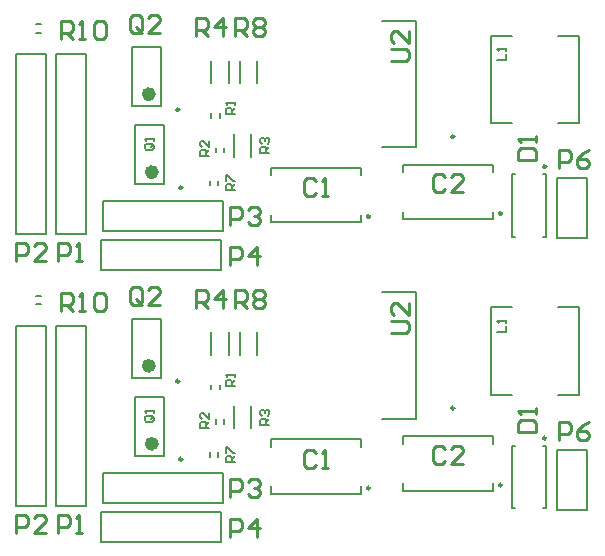
<source format=gto>
G04 Layer_Color=65535*
%FSLAX44Y44*%
%MOMM*%
G71*
G01*
G75*
%ADD25C,0.2540*%
%ADD36C,0.2500*%
%ADD37C,0.6000*%
%ADD38C,0.2000*%
%ADD39C,0.1524*%
D25*
X260347Y80006D02*
X257808Y82545D01*
X252729D01*
X250190Y80006D01*
Y69849D01*
X252729Y67310D01*
X257808D01*
X260347Y69849D01*
X265425Y67310D02*
X270503D01*
X267964D01*
Y82545D01*
X265425Y80006D01*
X369567Y83816D02*
X367028Y86355D01*
X361949D01*
X359410Y83816D01*
Y73659D01*
X361949Y71120D01*
X367028D01*
X369567Y73659D01*
X384802Y71120D02*
X374645D01*
X384802Y81277D01*
Y83816D01*
X382263Y86355D01*
X377184D01*
X374645Y83816D01*
X431805Y97790D02*
X447040D01*
Y105407D01*
X444501Y107947D01*
X434344D01*
X431805Y105407D01*
Y97790D01*
X447040Y113025D02*
Y118103D01*
Y115564D01*
X431805D01*
X434344Y113025D01*
X41910Y12700D02*
Y27935D01*
X49528D01*
X52067Y25396D01*
Y20317D01*
X49528Y17778D01*
X41910D01*
X57145Y12700D02*
X62223D01*
X59684D01*
Y27935D01*
X57145Y25396D01*
X6350Y12700D02*
Y27935D01*
X13967D01*
X16507Y25396D01*
Y20317D01*
X13967Y17778D01*
X6350D01*
X31742Y12700D02*
X21585D01*
X31742Y22857D01*
Y25396D01*
X29203Y27935D01*
X24124D01*
X21585Y25396D01*
X187960Y43180D02*
Y58415D01*
X195578D01*
X198117Y55876D01*
Y50798D01*
X195578Y48258D01*
X187960D01*
X203195Y55876D02*
X205734Y58415D01*
X210813D01*
X213352Y55876D01*
Y53337D01*
X210813Y50798D01*
X208273D01*
X210813D01*
X213352Y48258D01*
Y45719D01*
X210813Y43180D01*
X205734D01*
X203195Y45719D01*
X187960Y8890D02*
Y24125D01*
X195578D01*
X198117Y21586D01*
Y16508D01*
X195578Y13968D01*
X187960D01*
X210813Y8890D02*
Y24125D01*
X203195Y16508D01*
X213352D01*
X466471Y91059D02*
Y106294D01*
X474089D01*
X476628Y103755D01*
Y98677D01*
X474089Y96137D01*
X466471D01*
X491863Y106294D02*
X486784Y103755D01*
X481706Y98677D01*
Y93598D01*
X484245Y91059D01*
X489324D01*
X491863Y93598D01*
Y96137D01*
X489324Y98677D01*
X481706D01*
X113027Y208279D02*
Y218436D01*
X110487Y220975D01*
X105409D01*
X102870Y218436D01*
Y208279D01*
X105409Y205740D01*
X110487D01*
X107948Y210818D02*
X113027Y205740D01*
X110487D02*
X113027Y208279D01*
X128262Y205740D02*
X118105D01*
X128262Y215897D01*
Y218436D01*
X125723Y220975D01*
X120644D01*
X118105Y218436D01*
X158750Y203200D02*
Y218435D01*
X166367D01*
X168907Y215896D01*
Y210818D01*
X166367Y208278D01*
X158750D01*
X163828D02*
X168907Y203200D01*
X181603D02*
Y218435D01*
X173985Y210818D01*
X184142D01*
X191770Y203200D02*
Y218435D01*
X199387D01*
X201927Y215896D01*
Y210818D01*
X199387Y208278D01*
X191770D01*
X196848D02*
X201927Y203200D01*
X207005Y215896D02*
X209544Y218435D01*
X214623D01*
X217162Y215896D01*
Y213357D01*
X214623Y210818D01*
X217162Y208278D01*
Y205739D01*
X214623Y203200D01*
X209544D01*
X207005Y205739D01*
Y208278D01*
X209544Y210818D01*
X207005Y213357D01*
Y215896D01*
X209544Y210818D02*
X214623D01*
X44450Y200660D02*
Y215895D01*
X52067D01*
X54607Y213356D01*
Y208277D01*
X52067Y205738D01*
X44450D01*
X49528D02*
X54607Y200660D01*
X59685D02*
X64763D01*
X62224D01*
Y215895D01*
X59685Y213356D01*
X72381D02*
X74920Y215895D01*
X79998D01*
X82538Y213356D01*
Y203199D01*
X79998Y200660D01*
X74920D01*
X72381Y203199D01*
Y213356D01*
X323855Y181610D02*
X336551D01*
X339090Y184149D01*
Y189228D01*
X336551Y191767D01*
X323855D01*
X339090Y207002D02*
Y196845D01*
X328933Y207002D01*
X326394D01*
X323855Y204463D01*
Y199384D01*
X326394Y196845D01*
X260347Y310006D02*
X257808Y312545D01*
X252729D01*
X250190Y310006D01*
Y299849D01*
X252729Y297310D01*
X257808D01*
X260347Y299849D01*
X265425Y297310D02*
X270503D01*
X267964D01*
Y312545D01*
X265425Y310006D01*
X369567Y313816D02*
X367028Y316355D01*
X361949D01*
X359410Y313816D01*
Y303659D01*
X361949Y301120D01*
X367028D01*
X369567Y303659D01*
X384802Y301120D02*
X374645D01*
X384802Y311277D01*
Y313816D01*
X382263Y316355D01*
X377184D01*
X374645Y313816D01*
X431805Y327790D02*
X447040D01*
Y335407D01*
X444501Y337947D01*
X434344D01*
X431805Y335407D01*
Y327790D01*
X447040Y343025D02*
Y348103D01*
Y345564D01*
X431805D01*
X434344Y343025D01*
X41910Y242700D02*
Y257935D01*
X49528D01*
X52067Y255396D01*
Y250317D01*
X49528Y247778D01*
X41910D01*
X57145Y242700D02*
X62223D01*
X59684D01*
Y257935D01*
X57145Y255396D01*
X6350Y242700D02*
Y257935D01*
X13967D01*
X16507Y255396D01*
Y250317D01*
X13967Y247778D01*
X6350D01*
X31742Y242700D02*
X21585D01*
X31742Y252857D01*
Y255396D01*
X29203Y257935D01*
X24124D01*
X21585Y255396D01*
X187960Y273180D02*
Y288415D01*
X195578D01*
X198117Y285876D01*
Y280798D01*
X195578Y278258D01*
X187960D01*
X203195Y285876D02*
X205734Y288415D01*
X210813D01*
X213352Y285876D01*
Y283337D01*
X210813Y280798D01*
X208273D01*
X210813D01*
X213352Y278258D01*
Y275719D01*
X210813Y273180D01*
X205734D01*
X203195Y275719D01*
X187960Y238890D02*
Y254125D01*
X195578D01*
X198117Y251586D01*
Y246507D01*
X195578Y243968D01*
X187960D01*
X210813Y238890D02*
Y254125D01*
X203195Y246507D01*
X213352D01*
X466471Y321059D02*
Y336294D01*
X474089D01*
X476628Y333755D01*
Y328676D01*
X474089Y326137D01*
X466471D01*
X491863Y336294D02*
X486784Y333755D01*
X481706Y328676D01*
Y323598D01*
X484245Y321059D01*
X489324D01*
X491863Y323598D01*
Y326137D01*
X489324Y328676D01*
X481706D01*
X113027Y438279D02*
Y448436D01*
X110487Y450975D01*
X105409D01*
X102870Y448436D01*
Y438279D01*
X105409Y435740D01*
X110487D01*
X107948Y440818D02*
X113027Y435740D01*
X110487D02*
X113027Y438279D01*
X128262Y435740D02*
X118105D01*
X128262Y445897D01*
Y448436D01*
X125723Y450975D01*
X120644D01*
X118105Y448436D01*
X158750Y433200D02*
Y448435D01*
X166367D01*
X168907Y445896D01*
Y440817D01*
X166367Y438278D01*
X158750D01*
X163828D02*
X168907Y433200D01*
X181603D02*
Y448435D01*
X173985Y440817D01*
X184142D01*
X191770Y433200D02*
Y448435D01*
X199387D01*
X201927Y445896D01*
Y440817D01*
X199387Y438278D01*
X191770D01*
X196848D02*
X201927Y433200D01*
X207005Y445896D02*
X209544Y448435D01*
X214623D01*
X217162Y445896D01*
Y443357D01*
X214623Y440817D01*
X217162Y438278D01*
Y435739D01*
X214623Y433200D01*
X209544D01*
X207005Y435739D01*
Y438278D01*
X209544Y440817D01*
X207005Y443357D01*
Y445896D01*
X209544Y440817D02*
X214623D01*
X44450Y430660D02*
Y445895D01*
X52067D01*
X54607Y443356D01*
Y438278D01*
X52067Y435738D01*
X44450D01*
X49528D02*
X54607Y430660D01*
X59685D02*
X64763D01*
X62224D01*
Y445895D01*
X59685Y443356D01*
X72381D02*
X74920Y445895D01*
X79998D01*
X82538Y443356D01*
Y433199D01*
X79998Y430660D01*
X74920D01*
X72381Y433199D01*
Y443356D01*
X323855Y411610D02*
X336551D01*
X339090Y414149D01*
Y419227D01*
X336551Y421767D01*
X323855D01*
X339090Y437002D02*
Y426845D01*
X328933Y437002D01*
X326394D01*
X323855Y434463D01*
Y429384D01*
X326394Y426845D01*
D36*
X377440Y118060D02*
G03*
X377440Y118060I-1250J0D01*
G01*
X144590Y140860D02*
G03*
X144590Y140860I-1250J0D01*
G01*
X147130Y74820D02*
G03*
X147130Y74820I-1250J0D01*
G01*
X306100Y50330D02*
G03*
X306100Y50330I-1250J0D01*
G01*
X417860Y52870D02*
G03*
X417860Y52870I-1250J0D01*
G01*
X455190Y92690D02*
G03*
X455190Y92690I-1250J0D01*
G01*
X377440Y348060D02*
G03*
X377440Y348060I-1250J0D01*
G01*
X144590Y370860D02*
G03*
X144590Y370860I-1250J0D01*
G01*
X147130Y304820D02*
G03*
X147130Y304820I-1250J0D01*
G01*
X306100Y280330D02*
G03*
X306100Y280330I-1250J0D01*
G01*
X417860Y282870D02*
G03*
X417860Y282870I-1250J0D01*
G01*
X455190Y322690D02*
G03*
X455190Y322690I-1250J0D01*
G01*
D37*
X121840Y153910D02*
G03*
X121840Y153910I-3000J0D01*
G01*
X124380Y87870D02*
G03*
X124380Y87870I-3000J0D01*
G01*
X121840Y383910D02*
G03*
X121840Y383910I-3000J0D01*
G01*
X124380Y317870D02*
G03*
X124380Y317870I-3000J0D01*
G01*
D38*
X464820Y31750D02*
Y82550D01*
Y31750D02*
X490220D01*
Y82550D01*
X464820D02*
X490220D01*
X316690Y109060D02*
X345190D01*
Y216060D01*
X316690D02*
X345190D01*
X186570Y163220D02*
Y182220D01*
X171570Y163220D02*
Y182220D01*
X195700Y163220D02*
Y182220D01*
X210700Y163220D02*
Y182220D01*
X128840Y143910D02*
Y193910D01*
X104840Y143910D02*
Y193910D01*
Y143910D02*
X128840D01*
X104840Y193910D02*
X128840D01*
X131380Y77870D02*
Y127870D01*
X107380Y77870D02*
Y127870D01*
Y77870D02*
X131380D01*
X107380Y127870D02*
X131380D01*
X23400Y213050D02*
X27400D01*
X23400Y206050D02*
X27400D01*
X6350Y35560D02*
Y187960D01*
X31750Y35560D02*
Y187960D01*
X6350D02*
X31750D01*
X6350Y35560D02*
X31750D01*
X40640D02*
Y187960D01*
X66040Y35560D02*
Y187960D01*
X40640D02*
X66040D01*
X40640Y35560D02*
X66040D01*
X78740Y5080D02*
Y30480D01*
X180340D01*
X78740Y5080D02*
X180340D01*
Y30480D01*
X80010Y38100D02*
Y63500D01*
X181610D01*
X80010Y38100D02*
X181610D01*
Y63500D01*
X177490Y76740D02*
Y80740D01*
X170490Y76740D02*
Y80740D01*
X182570Y104680D02*
Y108680D01*
X175570Y104680D02*
Y108680D01*
X205620Y100990D02*
Y119990D01*
X190620Y100990D02*
Y119990D01*
X222350Y85330D02*
Y91580D01*
X298350Y85330D02*
Y91580D01*
X222350Y45580D02*
Y51830D01*
X298350Y45580D02*
Y51830D01*
X222350Y91580D02*
X298350D01*
X222350Y45580D02*
X298350D01*
X334110Y87870D02*
Y94120D01*
X410110Y87870D02*
Y94120D01*
X334110Y48120D02*
Y54370D01*
X410110Y48120D02*
Y54370D01*
X334110Y94120D02*
X410110D01*
X334110Y48120D02*
X410110D01*
X426190Y33190D02*
X428940D01*
X426190Y86190D02*
X428940D01*
X452440Y33190D02*
X455190D01*
X452440Y86190D02*
X455190D01*
X426190Y33190D02*
Y86190D01*
X455190Y33190D02*
Y86190D01*
X465270Y203370D02*
X482770D01*
X465270Y129370D02*
X482770D01*
X408770Y203370D02*
X426270D01*
X408770Y129370D02*
X426270D01*
X482770D02*
Y203370D01*
X408770Y129370D02*
Y203370D01*
X171760Y133890D02*
Y137890D01*
X178760Y133890D02*
Y137890D01*
X464820Y261750D02*
Y312550D01*
Y261750D02*
X490220D01*
Y312550D01*
X464820D02*
X490220D01*
X316690Y339060D02*
X345190D01*
Y446060D01*
X316690D02*
X345190D01*
X186570Y393220D02*
Y412220D01*
X171570Y393220D02*
Y412220D01*
X195700Y393220D02*
Y412220D01*
X210700Y393220D02*
Y412220D01*
X128840Y373910D02*
Y423910D01*
X104840Y373910D02*
Y423910D01*
Y373910D02*
X128840D01*
X104840Y423910D02*
X128840D01*
X131380Y307870D02*
Y357870D01*
X107380Y307870D02*
Y357870D01*
Y307870D02*
X131380D01*
X107380Y357870D02*
X131380D01*
X23400Y443050D02*
X27400D01*
X23400Y436050D02*
X27400D01*
X6350Y265560D02*
Y417960D01*
X31750Y265560D02*
Y417960D01*
X6350D02*
X31750D01*
X6350Y265560D02*
X31750D01*
X40640D02*
Y417960D01*
X66040Y265560D02*
Y417960D01*
X40640D02*
X66040D01*
X40640Y265560D02*
X66040D01*
X78740Y235080D02*
Y260480D01*
X180340D01*
X78740Y235080D02*
X180340D01*
Y260480D01*
X80010Y268100D02*
Y293500D01*
X181610D01*
X80010Y268100D02*
X181610D01*
Y293500D01*
X177490Y306740D02*
Y310740D01*
X170490Y306740D02*
Y310740D01*
X182570Y334680D02*
Y338680D01*
X175570Y334680D02*
Y338680D01*
X205620Y330990D02*
Y349990D01*
X190620Y330990D02*
Y349990D01*
X222350Y315330D02*
Y321580D01*
X298350Y315330D02*
Y321580D01*
X222350Y275580D02*
Y281830D01*
X298350Y275580D02*
Y281830D01*
X222350Y321580D02*
X298350D01*
X222350Y275580D02*
X298350D01*
X334110Y317870D02*
Y324120D01*
X410110Y317870D02*
Y324120D01*
X334110Y278120D02*
Y284370D01*
X410110Y278120D02*
Y284370D01*
X334110Y324120D02*
X410110D01*
X334110Y278120D02*
X410110D01*
X426190Y263190D02*
X428940D01*
X426190Y316190D02*
X428940D01*
X452440Y263190D02*
X455190D01*
X452440Y316190D02*
X455190D01*
X426190Y263190D02*
Y316190D01*
X455190Y263190D02*
Y316190D01*
X465270Y433370D02*
X482770D01*
X465270Y359370D02*
X482770D01*
X408770Y433370D02*
X426270D01*
X408770Y359370D02*
X426270D01*
X482770D02*
Y433370D01*
X408770Y359370D02*
Y433370D01*
X171760Y363890D02*
Y367890D01*
X178760Y363890D02*
Y367890D01*
D39*
X414022Y182880D02*
X421640D01*
Y187958D01*
Y190497D02*
Y193037D01*
Y191767D01*
X414022D01*
X415292Y190497D01*
X121920Y111758D02*
X116842D01*
X115573Y110489D01*
Y107950D01*
X116842Y106680D01*
X121920D01*
X123190Y107950D01*
Y110489D01*
X120651Y109219D02*
X123190Y111758D01*
Y110489D02*
X121920Y111758D01*
X123190Y114298D02*
Y116837D01*
Y115567D01*
X115573D01*
X116842Y114298D01*
X191770Y137160D02*
X184153D01*
Y140969D01*
X185422Y142238D01*
X187961D01*
X189231Y140969D01*
Y137160D01*
Y139699D02*
X191770Y142238D01*
Y144777D02*
Y147317D01*
Y146047D01*
X184153D01*
X185422Y144777D01*
X170180Y101600D02*
X162563D01*
Y105409D01*
X163832Y106678D01*
X166371D01*
X167641Y105409D01*
Y101600D01*
Y104139D02*
X170180Y106678D01*
Y114296D02*
Y109218D01*
X165102Y114296D01*
X163832D01*
X162563Y113026D01*
Y110487D01*
X163832Y109218D01*
X220980Y104140D02*
X213363D01*
Y107949D01*
X214632Y109218D01*
X217171D01*
X218441Y107949D01*
Y104140D01*
Y106679D02*
X220980Y109218D01*
X214632Y111757D02*
X213363Y113027D01*
Y115566D01*
X214632Y116836D01*
X215902D01*
X217171Y115566D01*
Y114297D01*
Y115566D01*
X218441Y116836D01*
X219710D01*
X220980Y115566D01*
Y113027D01*
X219710Y111757D01*
X191770Y72390D02*
X184153D01*
Y76199D01*
X185422Y77468D01*
X187961D01*
X189231Y76199D01*
Y72390D01*
Y74929D02*
X191770Y77468D01*
X184153Y80007D02*
Y85086D01*
X185422D01*
X190500Y80007D01*
X191770D01*
X414022Y412880D02*
X421640D01*
Y417958D01*
Y420498D02*
Y423037D01*
Y421767D01*
X414022D01*
X415292Y420498D01*
X121920Y341758D02*
X116842D01*
X115573Y340489D01*
Y337950D01*
X116842Y336680D01*
X121920D01*
X123190Y337950D01*
Y340489D01*
X120651Y339219D02*
X123190Y341758D01*
Y340489D02*
X121920Y341758D01*
X123190Y344297D02*
Y346837D01*
Y345567D01*
X115573D01*
X116842Y344297D01*
X191770Y367160D02*
X184153D01*
Y370969D01*
X185422Y372238D01*
X187961D01*
X189231Y370969D01*
Y367160D01*
Y369699D02*
X191770Y372238D01*
Y374777D02*
Y377317D01*
Y376047D01*
X184153D01*
X185422Y374777D01*
X170180Y331600D02*
X162563D01*
Y335409D01*
X163832Y336678D01*
X166371D01*
X167641Y335409D01*
Y331600D01*
Y334139D02*
X170180Y336678D01*
Y344296D02*
Y339217D01*
X165102Y344296D01*
X163832D01*
X162563Y343026D01*
Y340487D01*
X163832Y339217D01*
X220980Y334140D02*
X213363D01*
Y337949D01*
X214632Y339218D01*
X217171D01*
X218441Y337949D01*
Y334140D01*
Y336679D02*
X220980Y339218D01*
X214632Y341758D02*
X213363Y343027D01*
Y345566D01*
X214632Y346836D01*
X215902D01*
X217171Y345566D01*
Y344297D01*
Y345566D01*
X218441Y346836D01*
X219710D01*
X220980Y345566D01*
Y343027D01*
X219710Y341758D01*
X191770Y302390D02*
X184153D01*
Y306199D01*
X185422Y307468D01*
X187961D01*
X189231Y306199D01*
Y302390D01*
Y304929D02*
X191770Y307468D01*
X184153Y310007D02*
Y315086D01*
X185422D01*
X190500Y310007D01*
X191770D01*
M02*

</source>
